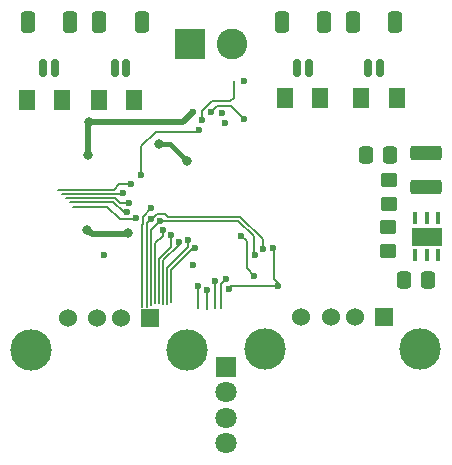
<source format=gbr>
%TF.GenerationSoftware,KiCad,Pcbnew,7.0.2*%
%TF.CreationDate,2023-05-17T08:13:23+02:00*%
%TF.ProjectId,5V DC Smart Socket,35562044-4320-4536-9d61-727420536f63,rev?*%
%TF.SameCoordinates,Original*%
%TF.FileFunction,Copper,L2,Bot*%
%TF.FilePolarity,Positive*%
%FSLAX46Y46*%
G04 Gerber Fmt 4.6, Leading zero omitted, Abs format (unit mm)*
G04 Created by KiCad (PCBNEW 7.0.2) date 2023-05-17 08:13:23*
%MOMM*%
%LPD*%
G01*
G04 APERTURE LIST*
G04 Aperture macros list*
%AMRoundRect*
0 Rectangle with rounded corners*
0 $1 Rounding radius*
0 $2 $3 $4 $5 $6 $7 $8 $9 X,Y pos of 4 corners*
0 Add a 4 corners polygon primitive as box body*
4,1,4,$2,$3,$4,$5,$6,$7,$8,$9,$2,$3,0*
0 Add four circle primitives for the rounded corners*
1,1,$1+$1,$2,$3*
1,1,$1+$1,$4,$5*
1,1,$1+$1,$6,$7*
1,1,$1+$1,$8,$9*
0 Add four rect primitives between the rounded corners*
20,1,$1+$1,$2,$3,$4,$5,0*
20,1,$1+$1,$4,$5,$6,$7,0*
20,1,$1+$1,$6,$7,$8,$9,0*
20,1,$1+$1,$8,$9,$2,$3,0*%
G04 Aperture macros list end*
%TA.AperFunction,SMDPad,CuDef*%
%ADD10RoundRect,0.250000X-0.450000X0.350000X-0.450000X-0.350000X0.450000X-0.350000X0.450000X0.350000X0*%
%TD*%
%TA.AperFunction,SMDPad,CuDef*%
%ADD11RoundRect,0.150000X-0.150000X-0.625000X0.150000X-0.625000X0.150000X0.625000X-0.150000X0.625000X0*%
%TD*%
%TA.AperFunction,SMDPad,CuDef*%
%ADD12RoundRect,0.250000X-0.350000X-0.650000X0.350000X-0.650000X0.350000X0.650000X-0.350000X0.650000X0*%
%TD*%
%TA.AperFunction,ComponentPad*%
%ADD13R,1.524000X1.524000*%
%TD*%
%TA.AperFunction,ComponentPad*%
%ADD14C,1.524000*%
%TD*%
%TA.AperFunction,ComponentPad*%
%ADD15C,3.500000*%
%TD*%
%TA.AperFunction,SMDPad,CuDef*%
%ADD16RoundRect,0.250000X0.337500X0.475000X-0.337500X0.475000X-0.337500X-0.475000X0.337500X-0.475000X0*%
%TD*%
%TA.AperFunction,SMDPad,CuDef*%
%ADD17RoundRect,0.250001X0.462499X0.624999X-0.462499X0.624999X-0.462499X-0.624999X0.462499X-0.624999X0*%
%TD*%
%TA.AperFunction,SMDPad,CuDef*%
%ADD18RoundRect,0.250000X-0.337500X-0.475000X0.337500X-0.475000X0.337500X0.475000X-0.337500X0.475000X0*%
%TD*%
%TA.AperFunction,SMDPad,CuDef*%
%ADD19R,0.420000X1.100000*%
%TD*%
%TA.AperFunction,SMDPad,CuDef*%
%ADD20R,2.500000X1.600000*%
%TD*%
%TA.AperFunction,SMDPad,CuDef*%
%ADD21RoundRect,0.250000X-1.075000X0.375000X-1.075000X-0.375000X1.075000X-0.375000X1.075000X0.375000X0*%
%TD*%
%TA.AperFunction,ComponentPad*%
%ADD22R,1.800000X1.800000*%
%TD*%
%TA.AperFunction,ComponentPad*%
%ADD23C,1.800000*%
%TD*%
%TA.AperFunction,ComponentPad*%
%ADD24R,2.600000X2.600000*%
%TD*%
%TA.AperFunction,ComponentPad*%
%ADD25C,2.600000*%
%TD*%
%TA.AperFunction,ViaPad*%
%ADD26C,0.600000*%
%TD*%
%TA.AperFunction,ViaPad*%
%ADD27C,0.800000*%
%TD*%
%TA.AperFunction,Conductor*%
%ADD28C,0.150000*%
%TD*%
%TA.AperFunction,Conductor*%
%ADD29C,0.400000*%
%TD*%
%TA.AperFunction,Conductor*%
%ADD30C,0.510000*%
%TD*%
G04 APERTURE END LIST*
D10*
%TO.P,AR1,1*%
%TO.N,N/C*%
X181652500Y-73650000D03*
%TO.P,AR1,2*%
X181652500Y-75650000D03*
%TD*%
D11*
%TO.P,SHJ1,1,Pin_1*%
%TO.N,N/C*%
X173930000Y-64135000D03*
%TO.P,SHJ1,2,Pin_2*%
X174930000Y-64135000D03*
D12*
%TO.P,SHJ1,MP*%
X172630000Y-60260000D03*
X176230000Y-60260000D03*
%TD*%
D13*
%TO.P,REF\u002A\u002A,1*%
%TO.N,N/C*%
X161490000Y-85300000D03*
D14*
%TO.P,REF\u002A\u002A,2*%
X158990000Y-85300000D03*
%TO.P,REF\u002A\u002A,3*%
X156990000Y-85300000D03*
%TO.P,REF\u002A\u002A,4*%
X154490000Y-85300000D03*
D15*
%TO.P,REF\u002A\u002A,5*%
X164560000Y-88010000D03*
X151420000Y-88010000D03*
%TD*%
D11*
%TO.P,SHJ1,1,Pin_1*%
%TO.N,N/C*%
X158460000Y-64135000D03*
%TO.P,SHJ1,2,Pin_2*%
X159460000Y-64135000D03*
D12*
%TO.P,SHJ1,MP*%
X157160000Y-60260000D03*
X160760000Y-60260000D03*
%TD*%
D10*
%TO.P,AR2,1*%
%TO.N,N/C*%
X181592500Y-77630000D03*
%TO.P,AR2,2*%
X181592500Y-79630000D03*
%TD*%
D16*
%TO.P,AC2,1*%
%TO.N,N/C*%
X185030000Y-82070000D03*
%TO.P,AC2,2*%
X182955000Y-82070000D03*
%TD*%
D17*
%TO.P,F1,1*%
%TO.N,N/C*%
X160075000Y-66910000D03*
%TO.P,F1,2*%
X157100000Y-66910000D03*
%TD*%
D11*
%TO.P,SHJ1,1,Pin_1*%
%TO.N,N/C*%
X179940000Y-64140000D03*
%TO.P,SHJ1,2,Pin_2*%
X180940000Y-64140000D03*
D12*
%TO.P,SHJ1,MP*%
X178640000Y-60265000D03*
X182240000Y-60265000D03*
%TD*%
D18*
%TO.P,AC1,1*%
%TO.N,N/C*%
X179705000Y-71510000D03*
%TO.P,AC1,2*%
X181780000Y-71510000D03*
%TD*%
D13*
%TO.P,REF\u002A\u002A,1*%
%TO.N,N/C*%
X181280000Y-85280000D03*
D14*
%TO.P,REF\u002A\u002A,2*%
X178780000Y-85280000D03*
%TO.P,REF\u002A\u002A,3*%
X176780000Y-85280000D03*
%TO.P,REF\u002A\u002A,4*%
X174280000Y-85280000D03*
D15*
%TO.P,REF\u002A\u002A,5*%
X184350000Y-87990000D03*
X171210000Y-87990000D03*
%TD*%
D17*
%TO.P,F1,1*%
%TO.N,N/C*%
X182337500Y-66730000D03*
%TO.P,F1,2*%
X179362500Y-66730000D03*
%TD*%
D11*
%TO.P,SHJ1,1,Pin_1*%
%TO.N,N/C*%
X152400000Y-64125000D03*
%TO.P,SHJ1,2,Pin_2*%
X153400000Y-64125000D03*
D12*
%TO.P,SHJ1,MP*%
X151100000Y-60250000D03*
X154700000Y-60250000D03*
%TD*%
D19*
%TO.P,AU1,1,FB*%
%TO.N,N/C*%
X183932500Y-76870000D03*
%TO.P,AU1,2,GND*%
X184882500Y-76870000D03*
%TO.P,AU1,3,SW*%
X185832500Y-76880000D03*
%TO.P,AU1,4,VIN_SW*%
X185832500Y-80020000D03*
%TO.P,AU1,5,VIN_A*%
X184882500Y-80010000D03*
%TO.P,AU1,6,EN*%
X183932500Y-80020000D03*
D20*
%TO.P,AU1,7,GND*%
X184882500Y-78440000D03*
%TD*%
D21*
%TO.P,AL1,1,1*%
%TO.N,N/C*%
X184830000Y-71400000D03*
%TO.P,AL1,2,2*%
X184830000Y-74200000D03*
%TD*%
D17*
%TO.P,F1,1*%
%TO.N,N/C*%
X154037500Y-66880000D03*
%TO.P,F1,2*%
X151062500Y-66880000D03*
%TD*%
D22*
%TO.P,REF\u002A\u002A,1*%
%TO.N,N/C*%
X167910000Y-89460000D03*
D23*
%TO.P,REF\u002A\u002A,2*%
X167910000Y-91619000D03*
%TO.P,REF\u002A\u002A,3*%
X167910000Y-93778000D03*
%TO.P,REF\u002A\u002A,4*%
X167910000Y-95937000D03*
%TD*%
D17*
%TO.P,F1,1*%
%TO.N,N/C*%
X175887500Y-66720000D03*
%TO.P,F1,2*%
X172912500Y-66720000D03*
%TD*%
D24*
%TO.P,TEMPMX1,1,Pin_1*%
%TO.N,N/C*%
X164870000Y-62130000D03*
D25*
%TO.P,TEMPMX1,2,Pin_2*%
X168370000Y-62130000D03*
%TD*%
D26*
%TO.N,*%
X159485485Y-76375792D03*
X159678750Y-75600000D03*
X159838750Y-74025500D03*
X170268750Y-81760000D03*
X161574983Y-76056233D03*
D27*
X159588750Y-78140000D03*
D26*
X165133250Y-67860000D03*
D27*
X156278750Y-68730000D03*
D26*
X171874479Y-79398306D03*
X162523738Y-77913328D03*
X165614416Y-69429128D03*
X167878750Y-82040000D03*
D27*
X164588750Y-72030000D03*
D26*
X170348750Y-80010000D03*
X161520809Y-76922874D03*
X160728750Y-73220000D03*
D27*
X156148750Y-77880000D03*
D26*
X166278750Y-82960000D03*
X169408750Y-68520000D03*
X165068750Y-80800000D03*
X168118750Y-82890000D03*
X163878750Y-78860000D03*
X166619763Y-67881013D03*
X171053750Y-79475000D03*
X169168750Y-78360000D03*
X167528750Y-67990000D03*
X165268750Y-79420500D03*
D27*
X156188750Y-71530000D03*
D26*
X159168750Y-74770000D03*
X164694250Y-78716020D03*
X162307347Y-77129250D03*
X169438750Y-65240000D03*
X160249250Y-76842767D03*
X172298750Y-82630000D03*
X165555833Y-82587083D03*
D27*
X162228783Y-70555466D03*
D26*
X157575302Y-79958339D03*
X163247301Y-78264500D03*
X165899106Y-68540745D03*
X166928750Y-82190000D03*
X167778750Y-68790000D03*
%TD*%
D28*
%TO.N,*%
X172298750Y-82360000D02*
X171948750Y-82010000D01*
X161868750Y-79020000D02*
X161868750Y-84030000D01*
X160823750Y-76806760D02*
X160823750Y-77398173D01*
X163268750Y-81244974D02*
X163268750Y-83960000D01*
X166928750Y-82190000D02*
X166928750Y-84510000D01*
D29*
X163114216Y-70555466D02*
X164588750Y-72030000D01*
D28*
X161574277Y-76056233D02*
X160823750Y-76806760D01*
X160818750Y-77403173D02*
X160818750Y-84390000D01*
X158938750Y-75600000D02*
X158478750Y-75140000D01*
X162523738Y-77913328D02*
X162523738Y-78365012D01*
X160244560Y-76935713D02*
X158884463Y-76935713D01*
X163247301Y-79276475D02*
X162218750Y-80305026D01*
X161574983Y-76056233D02*
X161574277Y-76056233D01*
X162218750Y-80305026D02*
X162218750Y-84100000D01*
X172268750Y-82660000D02*
X168348750Y-82660000D01*
X163878750Y-79140000D02*
X162568750Y-80450000D01*
X168253750Y-66980000D02*
X168568750Y-66665000D01*
D30*
X165133250Y-67860000D02*
X164263250Y-68730000D01*
D28*
X169638750Y-78830000D02*
X169168750Y-78360000D01*
X161173750Y-77269933D02*
X161173750Y-77543148D01*
X166278750Y-82960000D02*
X166278750Y-84530000D01*
X169638750Y-81130000D02*
X169638750Y-78830000D01*
X169083724Y-76760000D02*
X162978750Y-76760000D01*
X168288750Y-67370000D02*
X169408750Y-68490000D01*
X160728750Y-73220000D02*
X160728750Y-70800000D01*
X162326597Y-77110000D02*
X162307347Y-77129250D01*
X159485485Y-76375792D02*
X159219568Y-76375792D01*
X167130776Y-67370000D02*
X168288750Y-67370000D01*
D30*
X159498236Y-78190000D02*
X156548750Y-78190000D01*
D28*
X168348750Y-82660000D02*
X168118750Y-82890000D01*
X164694250Y-79324500D02*
X162918750Y-81100000D01*
X166619763Y-67881013D02*
X167130776Y-67370000D01*
X164694250Y-78716020D02*
X164694250Y-79324500D01*
X162523738Y-78365012D02*
X161868750Y-79020000D01*
X159219568Y-76375792D02*
X158333776Y-75490000D01*
X158418750Y-74450000D02*
X153668750Y-74450000D01*
X170247233Y-78418483D02*
X168938750Y-77110000D01*
X158478750Y-75140000D02*
X154318750Y-75140000D01*
X165555833Y-84442917D02*
X165538750Y-84460000D01*
X171053750Y-79475000D02*
X170998750Y-79420000D01*
X168938750Y-77110000D02*
X162326597Y-77110000D01*
X159148750Y-74790000D02*
X153988750Y-74790000D01*
X157858750Y-75910000D02*
X154898750Y-75910000D01*
X160728750Y-70800000D02*
X161979920Y-69548830D01*
X163878750Y-78860000D02*
X163878750Y-79140000D01*
X165899106Y-68540745D02*
X165899106Y-67788497D01*
X163247301Y-78264500D02*
X163247301Y-79276475D01*
X168568750Y-66665000D02*
X168568750Y-65260000D01*
D30*
X164263250Y-68730000D02*
X156278750Y-68730000D01*
D28*
X158333776Y-75490000D02*
X154698750Y-75490000D01*
D30*
X156188750Y-68820000D02*
X156278750Y-68730000D01*
D28*
X166707603Y-66980000D02*
X168253750Y-66980000D01*
X162568750Y-80450000D02*
X162568750Y-84140000D01*
D30*
X159506276Y-78181960D02*
X159498236Y-78190000D01*
D28*
X158843250Y-74025500D02*
X158418750Y-74450000D01*
X172298750Y-82630000D02*
X172298750Y-82360000D01*
X165268750Y-79420500D02*
X165093224Y-79420500D01*
X166278750Y-84530000D02*
X166288750Y-84540000D01*
X158884463Y-76935713D02*
X157858750Y-75910000D01*
X161979920Y-69548830D02*
X165650333Y-69548830D01*
X171948750Y-82010000D02*
X171948750Y-79472577D01*
X167468750Y-82463173D02*
X167468750Y-84480000D01*
D30*
X156548750Y-78190000D02*
X156238750Y-77880000D01*
D28*
X162978750Y-76760000D02*
X162728750Y-76510000D01*
X167878750Y-82053173D02*
X167468750Y-82463173D01*
X159678750Y-75600000D02*
X158938750Y-75600000D01*
X161168750Y-77548148D02*
X161168750Y-84400000D01*
X162028750Y-76510000D02*
X161615876Y-76922874D01*
X159838750Y-74025500D02*
X158843250Y-74025500D01*
X171948750Y-79472577D02*
X171874479Y-79398306D01*
X165555833Y-82587083D02*
X165555833Y-84442917D01*
X162728750Y-76510000D02*
X162028750Y-76510000D01*
X161173750Y-77543148D02*
X161168750Y-77548148D01*
D30*
X156188750Y-71530000D02*
X156188750Y-68820000D01*
D28*
X169408750Y-68490000D02*
X169408750Y-68520000D01*
X170998750Y-78675026D02*
X169083724Y-76760000D01*
X161518750Y-77917847D02*
X161518750Y-84255026D01*
X172298750Y-82630000D02*
X172268750Y-82660000D01*
X170998750Y-79420000D02*
X170998750Y-78675026D01*
D29*
X162228783Y-70555466D02*
X163114216Y-70555466D01*
D28*
X170268750Y-81760000D02*
X169638750Y-81130000D01*
X162918750Y-81100000D02*
X162918750Y-84150000D01*
X160823750Y-77398173D02*
X160818750Y-77403173D01*
X162307347Y-77129250D02*
X161518750Y-77917847D01*
X170247233Y-79923983D02*
X170247233Y-78418483D01*
X167878750Y-82040000D02*
X167878750Y-82053173D01*
X161615876Y-76922874D02*
X161520809Y-76922874D01*
X159168750Y-74770000D02*
X159148750Y-74790000D01*
X165899106Y-67788497D02*
X166707603Y-66980000D01*
X161520809Y-76922874D02*
X161173750Y-77269933D01*
X165093224Y-79420500D02*
X163268750Y-81244974D01*
%TD*%
M02*

</source>
